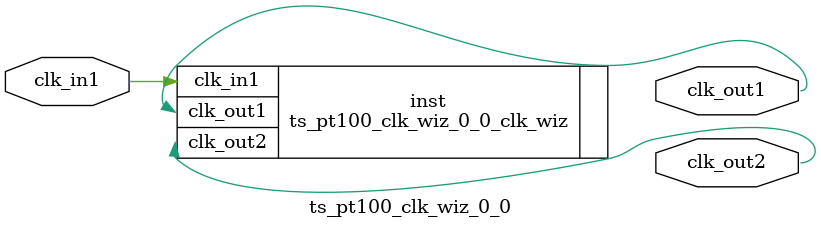
<source format=v>


`timescale 1ps/1ps

(* CORE_GENERATION_INFO = "ts_pt100_clk_wiz_0_0,clk_wiz_v5_3_0,{component_name=ts_pt100_clk_wiz_0_0,use_phase_alignment=true,use_min_o_jitter=false,use_max_i_jitter=false,use_dyn_phase_shift=false,use_inclk_switchover=false,use_dyn_reconfig=false,enable_axi=0,feedback_source=FDBK_AUTO,PRIMITIVE=MMCM,num_out_clk=2,clkin1_period=10.0,clkin2_period=10.0,use_power_down=false,use_reset=false,use_locked=false,use_inclk_stopped=false,feedback_type=SINGLE,CLOCK_MGR_TYPE=NA,manual_override=false}" *)

module ts_pt100_clk_wiz_0_0 
 (
 // Clock in ports
  input         clk_in1,
  // Clock out ports
  output        clk_out1,
  output        clk_out2
 );

  ts_pt100_clk_wiz_0_0_clk_wiz inst
  (
 // Clock in ports
  .clk_in1(clk_in1),
  // Clock out ports  
  .clk_out1(clk_out1),
  .clk_out2(clk_out2)              
  );

endmodule

</source>
